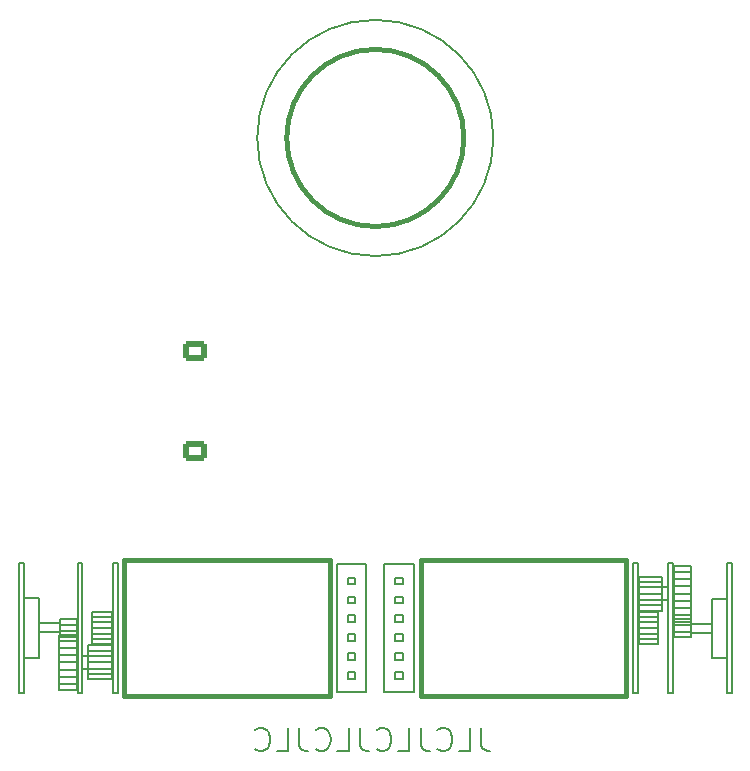
<source format=gbo>
%TF.GenerationSoftware,KiCad,Pcbnew,7.0.5*%
%TF.CreationDate,2023-06-03T10:53:18+02:00*%
%TF.ProjectId,electronix,656c6563-7472-46f6-9e69-782e6b696361,rev?*%
%TF.SameCoordinates,Original*%
%TF.FileFunction,Legend,Bot*%
%TF.FilePolarity,Positive*%
%FSLAX46Y46*%
G04 Gerber Fmt 4.6, Leading zero omitted, Abs format (unit mm)*
G04 Created by KiCad (PCBNEW 7.0.5) date 2023-06-03 10:53:18*
%MOMM*%
%LPD*%
G01*
G04 APERTURE LIST*
G04 Aperture macros list*
%AMRoundRect*
0 Rectangle with rounded corners*
0 $1 Rounding radius*
0 $2 $3 $4 $5 $6 $7 $8 $9 X,Y pos of 4 corners*
0 Add a 4 corners polygon primitive as box body*
4,1,4,$2,$3,$4,$5,$6,$7,$8,$9,$2,$3,0*
0 Add four circle primitives for the rounded corners*
1,1,$1+$1,$2,$3*
1,1,$1+$1,$4,$5*
1,1,$1+$1,$6,$7*
1,1,$1+$1,$8,$9*
0 Add four rect primitives between the rounded corners*
20,1,$1+$1,$2,$3,$4,$5,0*
20,1,$1+$1,$4,$5,$6,$7,0*
20,1,$1+$1,$6,$7,$8,$9,0*
20,1,$1+$1,$8,$9,$2,$3,0*%
%AMRotRect*
0 Rectangle, with rotation*
0 The origin of the aperture is its center*
0 $1 length*
0 $2 width*
0 $3 Rotation angle, in degrees counterclockwise*
0 Add horizontal line*
21,1,$1,$2,0,0,$3*%
G04 Aperture macros list end*
%ADD10C,0.200000*%
%ADD11C,0.150000*%
%ADD12C,0.400000*%
%ADD13R,1.800000X1.800000*%
%ADD14C,1.800000*%
%ADD15RoundRect,0.250000X0.750000X-0.600000X0.750000X0.600000X-0.750000X0.600000X-0.750000X-0.600000X0*%
%ADD16O,2.000000X1.700000*%
%ADD17C,1.300000*%
%ADD18C,1.200000*%
%ADD19C,1.500000*%
%ADD20RoundRect,0.250000X-0.600000X-0.725000X0.600000X-0.725000X0.600000X0.725000X-0.600000X0.725000X0*%
%ADD21O,1.700000X1.950000*%
%ADD22RotRect,1.800000X1.800000X112.500000*%
%ADD23RotRect,1.800000X1.800000X247.500000*%
%ADD24C,1.850000*%
%ADD25C,2.010000*%
%ADD26R,1.700000X1.700000*%
%ADD27O,1.700000X1.700000*%
%ADD28O,4.000000X5.000000*%
%ADD29O,6.000000X5.000000*%
G04 APERTURE END LIST*
D10*
X140020802Y-133944838D02*
X140020802Y-135373409D01*
X140020802Y-135373409D02*
X140116041Y-135659123D01*
X140116041Y-135659123D02*
X140306517Y-135849600D01*
X140306517Y-135849600D02*
X140592231Y-135944838D01*
X140592231Y-135944838D02*
X140782707Y-135944838D01*
X138116040Y-135944838D02*
X139068421Y-135944838D01*
X139068421Y-135944838D02*
X139068421Y-133944838D01*
X136306516Y-135754361D02*
X136401754Y-135849600D01*
X136401754Y-135849600D02*
X136687468Y-135944838D01*
X136687468Y-135944838D02*
X136877944Y-135944838D01*
X136877944Y-135944838D02*
X137163659Y-135849600D01*
X137163659Y-135849600D02*
X137354135Y-135659123D01*
X137354135Y-135659123D02*
X137449373Y-135468647D01*
X137449373Y-135468647D02*
X137544611Y-135087695D01*
X137544611Y-135087695D02*
X137544611Y-134801980D01*
X137544611Y-134801980D02*
X137449373Y-134421028D01*
X137449373Y-134421028D02*
X137354135Y-134230552D01*
X137354135Y-134230552D02*
X137163659Y-134040076D01*
X137163659Y-134040076D02*
X136877944Y-133944838D01*
X136877944Y-133944838D02*
X136687468Y-133944838D01*
X136687468Y-133944838D02*
X136401754Y-134040076D01*
X136401754Y-134040076D02*
X136306516Y-134135314D01*
X134877944Y-133944838D02*
X134877944Y-135373409D01*
X134877944Y-135373409D02*
X134973183Y-135659123D01*
X134973183Y-135659123D02*
X135163659Y-135849600D01*
X135163659Y-135849600D02*
X135449373Y-135944838D01*
X135449373Y-135944838D02*
X135639849Y-135944838D01*
X132973182Y-135944838D02*
X133925563Y-135944838D01*
X133925563Y-135944838D02*
X133925563Y-133944838D01*
X131163658Y-135754361D02*
X131258896Y-135849600D01*
X131258896Y-135849600D02*
X131544610Y-135944838D01*
X131544610Y-135944838D02*
X131735086Y-135944838D01*
X131735086Y-135944838D02*
X132020801Y-135849600D01*
X132020801Y-135849600D02*
X132211277Y-135659123D01*
X132211277Y-135659123D02*
X132306515Y-135468647D01*
X132306515Y-135468647D02*
X132401753Y-135087695D01*
X132401753Y-135087695D02*
X132401753Y-134801980D01*
X132401753Y-134801980D02*
X132306515Y-134421028D01*
X132306515Y-134421028D02*
X132211277Y-134230552D01*
X132211277Y-134230552D02*
X132020801Y-134040076D01*
X132020801Y-134040076D02*
X131735086Y-133944838D01*
X131735086Y-133944838D02*
X131544610Y-133944838D01*
X131544610Y-133944838D02*
X131258896Y-134040076D01*
X131258896Y-134040076D02*
X131163658Y-134135314D01*
X129735086Y-133944838D02*
X129735086Y-135373409D01*
X129735086Y-135373409D02*
X129830325Y-135659123D01*
X129830325Y-135659123D02*
X130020801Y-135849600D01*
X130020801Y-135849600D02*
X130306515Y-135944838D01*
X130306515Y-135944838D02*
X130496991Y-135944838D01*
X127830324Y-135944838D02*
X128782705Y-135944838D01*
X128782705Y-135944838D02*
X128782705Y-133944838D01*
X126020800Y-135754361D02*
X126116038Y-135849600D01*
X126116038Y-135849600D02*
X126401752Y-135944838D01*
X126401752Y-135944838D02*
X126592228Y-135944838D01*
X126592228Y-135944838D02*
X126877943Y-135849600D01*
X126877943Y-135849600D02*
X127068419Y-135659123D01*
X127068419Y-135659123D02*
X127163657Y-135468647D01*
X127163657Y-135468647D02*
X127258895Y-135087695D01*
X127258895Y-135087695D02*
X127258895Y-134801980D01*
X127258895Y-134801980D02*
X127163657Y-134421028D01*
X127163657Y-134421028D02*
X127068419Y-134230552D01*
X127068419Y-134230552D02*
X126877943Y-134040076D01*
X126877943Y-134040076D02*
X126592228Y-133944838D01*
X126592228Y-133944838D02*
X126401752Y-133944838D01*
X126401752Y-133944838D02*
X126116038Y-134040076D01*
X126116038Y-134040076D02*
X126020800Y-134135314D01*
X124592228Y-133944838D02*
X124592228Y-135373409D01*
X124592228Y-135373409D02*
X124687467Y-135659123D01*
X124687467Y-135659123D02*
X124877943Y-135849600D01*
X124877943Y-135849600D02*
X125163657Y-135944838D01*
X125163657Y-135944838D02*
X125354133Y-135944838D01*
X122687466Y-135944838D02*
X123639847Y-135944838D01*
X123639847Y-135944838D02*
X123639847Y-133944838D01*
X120877942Y-135754361D02*
X120973180Y-135849600D01*
X120973180Y-135849600D02*
X121258894Y-135944838D01*
X121258894Y-135944838D02*
X121449370Y-135944838D01*
X121449370Y-135944838D02*
X121735085Y-135849600D01*
X121735085Y-135849600D02*
X121925561Y-135659123D01*
X121925561Y-135659123D02*
X122020799Y-135468647D01*
X122020799Y-135468647D02*
X122116037Y-135087695D01*
X122116037Y-135087695D02*
X122116037Y-134801980D01*
X122116037Y-134801980D02*
X122020799Y-134421028D01*
X122020799Y-134421028D02*
X121925561Y-134230552D01*
X121925561Y-134230552D02*
X121735085Y-134040076D01*
X121735085Y-134040076D02*
X121449370Y-133944838D01*
X121449370Y-133944838D02*
X121258894Y-133944838D01*
X121258894Y-133944838D02*
X120973180Y-134040076D01*
X120973180Y-134040076D02*
X120877942Y-134135314D01*
D11*
X157808500Y-124400000D02*
X156308500Y-124400000D01*
X157808500Y-123800000D02*
X156258500Y-123800000D01*
X157808500Y-123200000D02*
X156308500Y-123200000D01*
X157808500Y-121950000D02*
X156308500Y-121950000D01*
X157808500Y-121350000D02*
X156258500Y-121350000D01*
X157808500Y-120750000D02*
X156308500Y-120750000D01*
D10*
X157758500Y-125950000D02*
X159558500Y-125950000D01*
D11*
X157758500Y-125800000D02*
X156308500Y-125800000D01*
D10*
X157758500Y-125150000D02*
X159558500Y-125150000D01*
D11*
X156308500Y-122600000D02*
X157808500Y-122600000D01*
X156258500Y-125250000D02*
X157708500Y-125250000D01*
X155358500Y-123550000D02*
X153358500Y-123550000D01*
X155358500Y-122600000D02*
X153358500Y-122600000D01*
D10*
X155358500Y-122050000D02*
X155858500Y-122050000D01*
D11*
X155358500Y-122050000D02*
X153358500Y-122050000D01*
D10*
X155308500Y-123100000D02*
X155808500Y-123100000D01*
D11*
X155308500Y-123100000D02*
X153358500Y-123100000D01*
X155308500Y-121600000D02*
X153358500Y-121600000D01*
X155008500Y-126450000D02*
X153308500Y-126450000D01*
X155008500Y-126000000D02*
X153358500Y-126000000D01*
X155008500Y-125500000D02*
X153358500Y-125500000D01*
X155008500Y-125000000D02*
X153308500Y-125000000D01*
X155008500Y-124550000D02*
X153358500Y-124550000D01*
D10*
X161208500Y-119975000D02*
X160808500Y-119975000D01*
X160808500Y-119975000D02*
X160808500Y-131025000D01*
X160808500Y-131025000D02*
X161208500Y-131025000D01*
X161208500Y-131025000D02*
X161208500Y-119975000D01*
X160808500Y-123000000D02*
X159558500Y-123000000D01*
X159558500Y-123000000D02*
X159558500Y-128050000D01*
X159558500Y-128050000D02*
X160808500Y-128050000D01*
X160808500Y-128050000D02*
X160808500Y-123000000D01*
X157758500Y-124750000D02*
X156308500Y-124750000D01*
X156308500Y-124750000D02*
X156308500Y-126250000D01*
X156308500Y-126250000D02*
X157758500Y-126250000D01*
X157758500Y-126250000D02*
X157758500Y-124750000D01*
X156308500Y-120250000D02*
X157808500Y-120250000D01*
X157808500Y-120250000D02*
X157808500Y-124950000D01*
X157808500Y-124950000D02*
X156308500Y-124950000D01*
X156308500Y-124950000D02*
X156308500Y-120250000D01*
X156258500Y-119975000D02*
X155858500Y-119975000D01*
X155858500Y-119975000D02*
X155858500Y-131025000D01*
X155858500Y-131025000D02*
X156258500Y-131025000D01*
X156258500Y-131025000D02*
X156258500Y-119975000D01*
X155358500Y-121150000D02*
X153358500Y-121150000D01*
X153358500Y-121150000D02*
X153358500Y-124050000D01*
X153358500Y-124050000D02*
X155358500Y-124050000D01*
X155358500Y-124050000D02*
X155358500Y-121150000D01*
X155008500Y-124125000D02*
X153358500Y-124125000D01*
X153358500Y-124125000D02*
X153358500Y-126875000D01*
X153358500Y-126875000D02*
X155008500Y-126875000D01*
X155008500Y-126875000D02*
X155008500Y-124125000D01*
X153258500Y-119975000D02*
X152858500Y-119975000D01*
X152858500Y-119975000D02*
X152858500Y-131025000D01*
X152858500Y-131025000D02*
X153258500Y-131025000D01*
X153258500Y-131025000D02*
X153258500Y-119975000D01*
D12*
X134908500Y-119725000D02*
X152308500Y-119725000D01*
X152308500Y-119725000D02*
X152308500Y-131275000D01*
X152308500Y-131275000D02*
X134908500Y-131275000D01*
X134908500Y-131275000D02*
X134908500Y-119725000D01*
D10*
X132733500Y-129225000D02*
X133383500Y-129225000D01*
X133383500Y-129225000D02*
X133383500Y-129775000D01*
X133383500Y-129775000D02*
X132733500Y-129775000D01*
X132733500Y-129775000D02*
X132733500Y-129225000D01*
X132733500Y-127625000D02*
X133383500Y-127625000D01*
X133383500Y-127625000D02*
X133383500Y-128175000D01*
X133383500Y-128175000D02*
X132733500Y-128175000D01*
X132733500Y-128175000D02*
X132733500Y-127625000D01*
X132733500Y-126025000D02*
X133383500Y-126025000D01*
X133383500Y-126025000D02*
X133383500Y-126575000D01*
X133383500Y-126575000D02*
X132733500Y-126575000D01*
X132733500Y-126575000D02*
X132733500Y-126025000D01*
X132733500Y-124425000D02*
X133383500Y-124425000D01*
X133383500Y-124425000D02*
X133383500Y-124975000D01*
X133383500Y-124975000D02*
X132733500Y-124975000D01*
X132733500Y-124975000D02*
X132733500Y-124425000D01*
X132733500Y-122825000D02*
X133383500Y-122825000D01*
X133383500Y-122825000D02*
X133383500Y-123375000D01*
X133383500Y-123375000D02*
X132733500Y-123375000D01*
X132733500Y-123375000D02*
X132733500Y-122825000D01*
X132733500Y-121225000D02*
X133383500Y-121225000D01*
X133383500Y-121225000D02*
X133383500Y-121775000D01*
X133383500Y-121775000D02*
X132733500Y-121775000D01*
X132733500Y-121775000D02*
X132733500Y-121225000D01*
X131808500Y-120100000D02*
X134308500Y-120100000D01*
X134308500Y-120100000D02*
X134308500Y-130900000D01*
X134308500Y-130900000D02*
X131808500Y-130900000D01*
X131808500Y-130900000D02*
X131808500Y-120100000D01*
D12*
X138546000Y-84000000D02*
G75*
G03*
X138546000Y-84000000I-7500000J0D01*
G01*
D10*
X141046000Y-84000000D02*
G75*
G03*
X141046000Y-84000000I-10000000J0D01*
G01*
D11*
X104283500Y-126600000D02*
X105783500Y-126600000D01*
X104283500Y-127200000D02*
X105833500Y-127200000D01*
X104283500Y-127800000D02*
X105783500Y-127800000D01*
X104283500Y-129050000D02*
X105783500Y-129050000D01*
X104283500Y-129650000D02*
X105833500Y-129650000D01*
X104283500Y-130250000D02*
X105783500Y-130250000D01*
D10*
X104333500Y-125050000D02*
X102533500Y-125050000D01*
D11*
X104333500Y-125200000D02*
X105783500Y-125200000D01*
D10*
X104333500Y-125850000D02*
X102533500Y-125850000D01*
D11*
X105783500Y-128400000D02*
X104283500Y-128400000D01*
X105833500Y-125750000D02*
X104383500Y-125750000D01*
X106733500Y-127450000D02*
X108733500Y-127450000D01*
X106733500Y-128400000D02*
X108733500Y-128400000D01*
D10*
X106733500Y-128950000D02*
X106233500Y-128950000D01*
D11*
X106733500Y-128950000D02*
X108733500Y-128950000D01*
D10*
X106783500Y-127900000D02*
X106283500Y-127900000D01*
D11*
X106783500Y-127900000D02*
X108733500Y-127900000D01*
X106783500Y-129400000D02*
X108733500Y-129400000D01*
X107083500Y-124550000D02*
X108783500Y-124550000D01*
X107083500Y-125000000D02*
X108733500Y-125000000D01*
X107083500Y-125500000D02*
X108733500Y-125500000D01*
X107083500Y-126000000D02*
X108783500Y-126000000D01*
X107083500Y-126450000D02*
X108733500Y-126450000D01*
D10*
X100883500Y-131025000D02*
X101283500Y-131025000D01*
X101283500Y-131025000D02*
X101283500Y-119975000D01*
X101283500Y-119975000D02*
X100883500Y-119975000D01*
X100883500Y-119975000D02*
X100883500Y-131025000D01*
X101283500Y-128000000D02*
X102533500Y-128000000D01*
X102533500Y-128000000D02*
X102533500Y-122950000D01*
X102533500Y-122950000D02*
X101283500Y-122950000D01*
X101283500Y-122950000D02*
X101283500Y-128000000D01*
X104333500Y-126250000D02*
X105783500Y-126250000D01*
X105783500Y-126250000D02*
X105783500Y-124750000D01*
X105783500Y-124750000D02*
X104333500Y-124750000D01*
X104333500Y-124750000D02*
X104333500Y-126250000D01*
X105783500Y-130750000D02*
X104283500Y-130750000D01*
X104283500Y-130750000D02*
X104283500Y-126050000D01*
X104283500Y-126050000D02*
X105783500Y-126050000D01*
X105783500Y-126050000D02*
X105783500Y-130750000D01*
X105833500Y-131025000D02*
X106233500Y-131025000D01*
X106233500Y-131025000D02*
X106233500Y-119975000D01*
X106233500Y-119975000D02*
X105833500Y-119975000D01*
X105833500Y-119975000D02*
X105833500Y-131025000D01*
X106733500Y-129850000D02*
X108733500Y-129850000D01*
X108733500Y-129850000D02*
X108733500Y-126950000D01*
X108733500Y-126950000D02*
X106733500Y-126950000D01*
X106733500Y-126950000D02*
X106733500Y-129850000D01*
X107083500Y-126875000D02*
X108733500Y-126875000D01*
X108733500Y-126875000D02*
X108733500Y-124125000D01*
X108733500Y-124125000D02*
X107083500Y-124125000D01*
X107083500Y-124125000D02*
X107083500Y-126875000D01*
X108833500Y-131025000D02*
X109233500Y-131025000D01*
X109233500Y-131025000D02*
X109233500Y-119975000D01*
X109233500Y-119975000D02*
X108833500Y-119975000D01*
X108833500Y-119975000D02*
X108833500Y-131025000D01*
D12*
X127183500Y-131275000D02*
X109783500Y-131275000D01*
X109783500Y-131275000D02*
X109783500Y-119725000D01*
X109783500Y-119725000D02*
X127183500Y-119725000D01*
X127183500Y-119725000D02*
X127183500Y-131275000D01*
D10*
X129358500Y-121775000D02*
X128708500Y-121775000D01*
X128708500Y-121775000D02*
X128708500Y-121225000D01*
X128708500Y-121225000D02*
X129358500Y-121225000D01*
X129358500Y-121225000D02*
X129358500Y-121775000D01*
X129358500Y-123375000D02*
X128708500Y-123375000D01*
X128708500Y-123375000D02*
X128708500Y-122825000D01*
X128708500Y-122825000D02*
X129358500Y-122825000D01*
X129358500Y-122825000D02*
X129358500Y-123375000D01*
X129358500Y-124975000D02*
X128708500Y-124975000D01*
X128708500Y-124975000D02*
X128708500Y-124425000D01*
X128708500Y-124425000D02*
X129358500Y-124425000D01*
X129358500Y-124425000D02*
X129358500Y-124975000D01*
X129358500Y-126575000D02*
X128708500Y-126575000D01*
X128708500Y-126575000D02*
X128708500Y-126025000D01*
X128708500Y-126025000D02*
X129358500Y-126025000D01*
X129358500Y-126025000D02*
X129358500Y-126575000D01*
X129358500Y-128175000D02*
X128708500Y-128175000D01*
X128708500Y-128175000D02*
X128708500Y-127625000D01*
X128708500Y-127625000D02*
X129358500Y-127625000D01*
X129358500Y-127625000D02*
X129358500Y-128175000D01*
X129358500Y-129775000D02*
X128708500Y-129775000D01*
X128708500Y-129775000D02*
X128708500Y-129225000D01*
X128708500Y-129225000D02*
X129358500Y-129225000D01*
X129358500Y-129225000D02*
X129358500Y-129775000D01*
X130283500Y-130900000D02*
X127783500Y-130900000D01*
X127783500Y-130900000D02*
X127783500Y-120100000D01*
X127783500Y-120100000D02*
X130283500Y-120100000D01*
X130283500Y-120100000D02*
X130283500Y-130900000D01*
%LPC*%
D13*
X153878561Y-72730455D03*
D14*
X151338561Y-72730455D03*
D15*
X115800000Y-102025000D03*
D16*
X115800000Y-99525000D03*
D15*
X115775000Y-110525000D03*
D16*
X115775000Y-108025000D03*
D13*
X110744000Y-72597000D03*
D14*
X108204000Y-72597000D03*
D17*
X105750000Y-105750000D03*
X105750000Y-107750000D03*
D18*
X105750000Y-109750000D03*
D19*
X105750000Y-103750000D03*
X105750000Y-111750000D03*
D14*
X157257500Y-95057500D03*
X157257500Y-101457500D03*
X157275000Y-106467500D03*
X157275000Y-112867500D03*
D20*
X105000000Y-140750000D03*
D21*
X107500000Y-140750000D03*
X110000000Y-140750000D03*
X112500000Y-140750000D03*
X115000000Y-140750000D03*
X117500000Y-140750000D03*
D22*
X163127561Y-87957455D03*
D14*
X162155545Y-85610801D03*
D13*
X161127561Y-72754455D03*
D14*
X158587561Y-72754455D03*
D20*
X144500000Y-140750000D03*
D21*
X147000000Y-140750000D03*
X149500000Y-140750000D03*
X152000000Y-140750000D03*
X154500000Y-140750000D03*
X157000000Y-140750000D03*
D22*
X162877561Y-80957455D03*
D14*
X161905545Y-78610801D03*
D23*
X99841283Y-85406562D03*
D14*
X98869267Y-87753216D03*
D13*
X103494000Y-72597000D03*
D14*
X100954000Y-72597000D03*
D24*
X126430000Y-137550000D03*
D25*
X126430000Y-141350000D03*
D24*
X135070000Y-137550000D03*
D25*
X135070000Y-141350000D03*
D23*
X100091283Y-78406562D03*
D14*
X99119267Y-80753216D03*
D26*
X146750000Y-103850000D03*
D27*
X146750000Y-101310000D03*
X146750000Y-98770000D03*
X146750000Y-96230000D03*
X146750000Y-93690000D03*
X146750000Y-91150000D03*
D28*
X148358500Y-117000000D03*
X148358500Y-134000000D03*
D29*
X151046000Y-84000000D03*
X111046000Y-84000000D03*
D28*
X113733500Y-134000000D03*
X113733500Y-117000000D03*
%LPD*%
M02*

</source>
